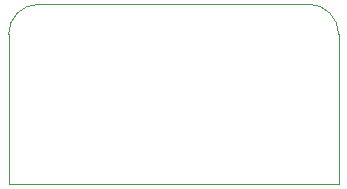
<source format=gbr>
%TF.GenerationSoftware,KiCad,Pcbnew,8.0.7*%
%TF.CreationDate,2024-12-14T00:48:10+01:00*%
%TF.ProjectId,FF2_20241213_1510,4646325f-3230-4323-9431-3231335f3135,0.2.0*%
%TF.SameCoordinates,Original*%
%TF.FileFunction,Profile,NP*%
%FSLAX46Y46*%
G04 Gerber Fmt 4.6, Leading zero omitted, Abs format (unit mm)*
G04 Created by KiCad (PCBNEW 8.0.7) date 2024-12-14 00:48:10*
%MOMM*%
%LPD*%
G01*
G04 APERTURE LIST*
%TA.AperFunction,Profile*%
%ADD10C,0.050000*%
%TD*%
G04 APERTURE END LIST*
D10*
X127000000Y-101600000D02*
X104140000Y-101600000D01*
X101600000Y-116840000D02*
X129540000Y-116840000D01*
X129540000Y-116840000D02*
X129540000Y-104140000D01*
X127000000Y-101600000D02*
G75*
G02*
X129540000Y-104140000I0J-2540000D01*
G01*
X101600000Y-104140000D02*
G75*
G02*
X104140000Y-101600000I2540000J0D01*
G01*
X101600000Y-104140000D02*
X101600000Y-116840000D01*
M02*

</source>
